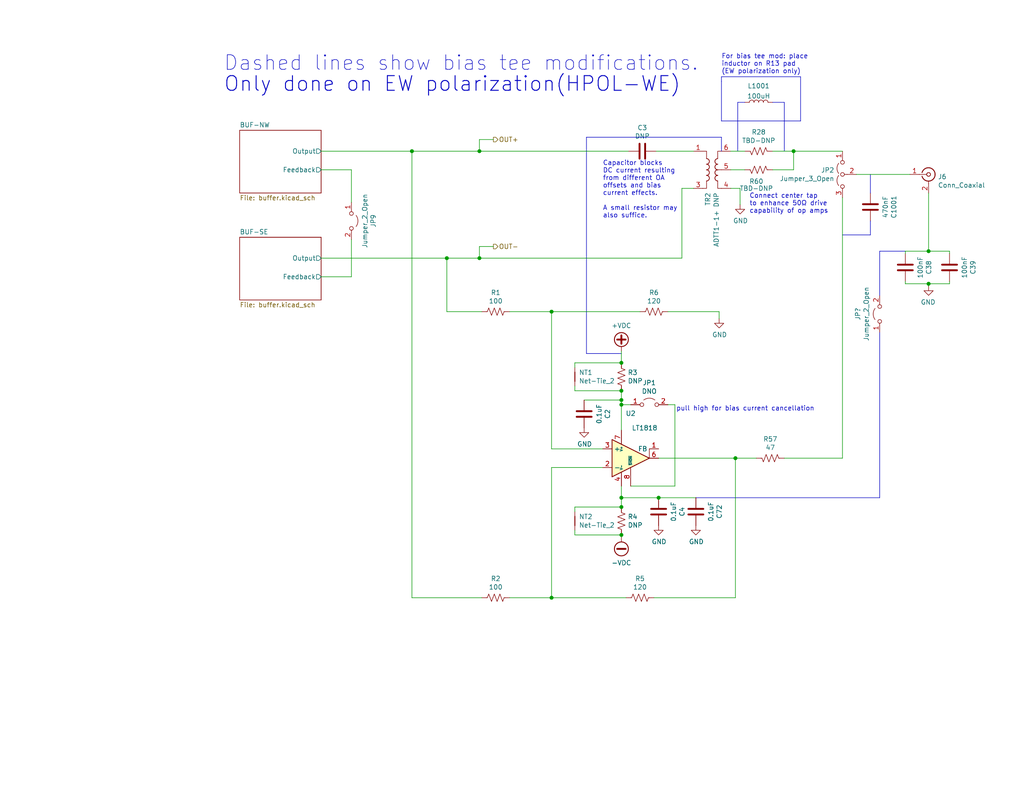
<source format=kicad_sch>
(kicad_sch (version 20230121) (generator eeschema)
  (paper "A")
  (title_block (title "ALBATROS low frequency front end") (date "2023-12-18") (rev "2 as modified") (company "McGill Radio Lab") (comment 1 "McGill University Physics") (comment 2 "Eamon Egan"))
  (lib_symbols
    (symbol "Connector:Conn_Coaxial" (pin_names (offset 1.016) hide)
      (property "Reference" "J" (at 0.254 3.048 0))
      (property "Value" "Conn_Coaxial" (at 2.921 0 90))
      (symbol "Conn_Coaxial_0_1"
        (arc (start -1.778 -0.508) (mid 0.222 -1.808) (end 1.778 0) (stroke (width 0.254)))
        (polyline (pts (xy -2.54 0) (xy -0.508 0)))
        (polyline (pts (xy 0 -2.54) (xy 0 -1.778)))
        (circle (center 0 0) (radius 0.508) (stroke (width 0.2032)))
        (arc (start 1.778 0) (mid 0.222 1.8083) (end -1.778 0.508) (stroke (width 0.254)))
      )
      (symbol "Conn_Coaxial_1_1"
        (pin passive line (at -5.08 0 0) (length 2.54) (name "In") (number "1"))
        (pin passive line (at 0 -5.08 90) (length 2.54) (name "Ext") (number "2"))
      )
    )
    (symbol "Device:C" (pin_numbers hide) (pin_names (offset 0.254))
      (property "Reference" "C" (at 0.635 2.54 0))
      (property "Value" "C" (at 0.635 -2.54 0))
      (symbol "C_0_1"
        (polyline (pts (xy -2.032 -0.762) (xy 2.032 -0.762)) (stroke (width 0.508)))
        (polyline (pts (xy -2.032 0.762) (xy 2.032 0.762)) (stroke (width 0.508)))
      )
      (symbol "C_1_1"
        (pin passive line (at 0 3.81 270) (length 2.794) (name "~") (number "1"))
        (pin passive line (at 0 -3.81 90) (length 2.794) (name "~") (number "2"))
      )
    )
    (symbol "Device:L" (pin_numbers hide) (pin_names (offset 1.016) hide)
      (property "Reference" "L" (at -1.27 0 90))
      (property "Value" "L" (at 1.905 0 90))
      (symbol "L_0_1"
        (arc (start 0 -2.54) (mid 0.6323 -1.905) (end 0 -1.27))
        (arc (start 0 -1.27) (mid 0.6323 -0.635) (end 0 0))
        (arc (start 0 0) (mid 0.6323 0.635) (end 0 1.27))
        (arc (start 0 1.27) (mid 0.6323 1.905) (end 0 2.54))
      )
      (symbol "L_1_1"
        (pin passive line (at 0 3.81 270) (length 1.27) (name "1") (number "1"))
        (pin passive line (at 0 -3.81 90) (length 1.27) (name "2") (number "2"))
      )
    )
    (symbol "Device:Net-Tie_2" (pin_numbers hide) (pin_names (offset 0) hide)
      (property "Reference" "NT" (at 0 1.27 0))
      (property "Value" "Device_Net-Tie_2" (at 0 -1.27 0))
      (symbol "Net-Tie_2_0_1"
        (polyline (pts (xy -1.27 0) (xy 1.27 0)) (stroke (width 0.254)))
      )
      (symbol "Net-Tie_2_1_1"
        (pin passive line (at -2.54 0 0) (length 2.54) (name "1") (number "1"))
        (pin passive line (at 2.54 0 180) (length 2.54) (name "2") (number "2"))
      )
    )
    (symbol "Device:R_US" (pin_numbers hide) (pin_names (offset 0))
      (property "Reference" "R" (at 2.54 0 90))
      (property "Value" "R_US" (at -2.54 0 90))
      (symbol "R_US_0_1"
        (polyline (pts (xy 0 -2.286) (xy 0 -2.54)))
        (polyline (pts (xy 0 2.286) (xy 0 2.54)))
        (polyline (pts (xy 0 -0.762) (xy 1.016 -1.143) (xy 0 -1.524) (xy -1.016 -1.905) (xy 0 -2.286)))
        (polyline (pts (xy 0 0.762) (xy 1.016 0.381) (xy 0 0) (xy -1.016 -0.381) (xy 0 -0.762)))
        (polyline (pts (xy 0 2.286) (xy 1.016 1.905) (xy 0 1.524) (xy -1.016 1.143) (xy 0 0.762)))
      )
      (symbol "R_US_1_1"
        (pin passive line (at 0 3.81 270) (length 1.27) (name "~") (number "1"))
        (pin passive line (at 0 -3.81 90) (length 1.27) (name "~") (number "2"))
      )
    )
    (symbol "Jumper:Jumper_2_Open" (pin_names (offset 0) hide)
      (property "Reference" "JP" (at 0 2.794 0))
      (property "Value" "Jumper_2_Open" (at 0 -2.286 0))
      (symbol "Jumper_2_Open_0_0"
        (circle (center -2.032 0) (radius 0.508))
        (circle (center 2.032 0) (radius 0.508))
      )
      (symbol "Jumper_2_Open_0_1"
        (arc (start 1.524 1.27) (mid 0 1.778) (end -1.524 1.27))
      )
      (symbol "Jumper_2_Open_1_1"
        (pin passive line (at -5.08 0 0) (length 2.54) (name "A") (number "1"))
        (pin passive line (at 5.08 0 180) (length 2.54) (name "B") (number "2"))
      )
    )
    (symbol "Jumper:Jumper_3_Open" (pin_names (offset 0) hide)
      (property "Reference" "JP" (at -2.54 -2.54 0))
      (property "Value" "Jumper_3_Open" (at 0 2.794 0))
      (symbol "Jumper_3_Open_0_0"
        (circle (center -3.302 0) (radius 0.508))
        (circle (center 0 0) (radius 0.508))
        (circle (center 3.302 0) (radius 0.508))
      )
      (symbol "Jumper_3_Open_0_1"
        (arc (start -0.254 1.016) (mid -1.651 1.4992) (end -3.048 1.016))
        (polyline (pts (xy 0 -0.508) (xy 0 -1.27)))
        (arc (start 3.048 1.016) (mid 1.651 1.4992) (end 0.254 1.016))
      )
      (symbol "Jumper_3_Open_1_1"
        (pin passive line (at -6.35 0 0) (length 2.54) (name "A") (number "1"))
        (pin input line (at 0 -3.81 90) (length 2.54) (name "C") (number "2"))
        (pin passive line (at 6.35 0 180) (length 2.54) (name "B") (number "3"))
      )
    )
    (symbol "Transformer:ADT4-5WT" (pin_names hide)
      (property "Reference" "TR" (at 0 6.35 0))
      (property "Value" "ADT4-5WT" (at 0 -6.35 0))
      (symbol "ADT4-5WT_0_1"
        (arc (start -1.524 -3.048) (mid -0.7653 -2.286) (end -1.524 -1.524) (stroke (width 0.2032)))
        (arc (start -1.524 -1.524) (mid -0.7653 -0.762) (end -1.524 0) (stroke (width 0.2032)))
        (arc (start -1.524 0) (mid -0.7653 0.762) (end -1.524 1.524) (stroke (width 0.2032)))
        (arc (start -1.524 1.524) (mid -0.7653 2.286) (end -1.524 3.048) (stroke (width 0.2032)))
        (polyline (pts (xy 2.54 0) (xy 1.27 0)) (stroke (width 0.1524)))
        (polyline (pts (xy -2.54 5.08) (xy -1.524 5.08) (xy -1.524 3.048) (xy -1.524 3.048)) (stroke (width 0.1524)))
        (polyline (pts (xy -1.524 -3.048) (xy -1.524 -5.08) (xy -2.54 -5.08) (xy -2.54 -5.08)) (stroke (width 0.1524)))
        (polyline (pts (xy 1.524 3.048) (xy 1.524 5.08) (xy 2.54 5.08) (xy 2.54 5.08)) (stroke (width 0.1524)))
        (polyline (pts (xy 2.54 -5.08) (xy 1.524 -5.08) (xy 1.524 -3.048) (xy 1.524 -3.048)) (stroke (width 0.1524)))
        (arc (start 1.524 -1.524) (mid 0.7653 -2.286) (end 1.524 -3.048) (stroke (width 0.2032)))
        (arc (start 1.524 0) (mid 0.7653 -0.762) (end 1.524 -1.524) (stroke (width 0.2032)))
        (arc (start 1.524 1.524) (mid 0.7653 0.762) (end 1.524 0) (stroke (width 0.2032)))
        (arc (start 1.524 3.048) (mid 0.7653 2.286) (end 1.524 1.524) (stroke (width 0.2032)))
      )
      (symbol "ADT4-5WT_1_1"
        (pin passive line (at -5.08 -5.08 0) (length 2.54) (name "~") (number "1"))
        (pin passive line (at -5.08 5.08 0) (length 2.54) (name "~") (number "3"))
        (pin passive line (at 5.08 5.08 180) (length 2.54) (name "~") (number "4"))
        (pin passive line (at 5.08 0 180) (length 2.54) (name "~") (number "5"))
        (pin passive line (at 5.08 -5.08 180) (length 2.54) (name "~") (number "6"))
      )
    )
    (symbol "new-fee-rescue:LTC6228xS8-Amplifier_Operational"
      (property "Reference" "U" (at 0 8.89 0))
      (property "Value" "LTC6228xS8-Amplifier_Operational" (at 0 6.35 0))
      (symbol "LTC6228xS8-Amplifier_Operational_0_1"
        (polyline (pts (xy 5.08 0) (xy 5.08 2.54)) (stroke (width 0.1524)))
        (polyline (pts (xy 5.08 0) (xy -5.08 5.08) (xy -5.08 -5.08) (xy 5.08 0)) (stroke (width 0.254)) (fill (type background)))
      )
      (symbol "LTC6228xS8-Amplifier_Operational_1_1"
        (pin output line (at 7.62 2.54 180) (length 2.54) (name "FB") (number "1"))
        (pin input line (at -7.62 -2.54 0) (length 2.54) (name "-") (number "2"))
        (pin input line (at -7.62 2.54 0) (length 2.54) (name "+") (number "3"))
        (pin power_in line (at -2.54 -7.62 90) (length 3.81) (name "V-") (number "4"))
        (pin passive line (at -2.54 -7.62 90) (length 3.81) hide (name "V-") (number "5"))
        (pin output line (at 7.62 0 180) (length 2.54) (name "~") (number "6"))
        (pin power_in line (at -2.54 7.62 270) (length 3.81) (name "V+") (number "7"))
        (pin input line (at 0 -7.62 90) (length 5.08) (name "~{SHDN}") (number "8"))
      )
    )
    (symbol "power:+VDC" (power) (pin_names (offset 0))
      (property "Value" "+VDC" (at 0 6.35 0))
      (symbol "+VDC_0_1"
        (polyline (pts (xy -1.143 3.175) (xy 1.143 3.175)) (stroke (width 0.508)))
        (polyline (pts (xy 0 0) (xy 0 1.27)))
        (polyline (pts (xy 0 2.032) (xy 0 4.318)) (stroke (width 0.508)))
        (circle (center 0 3.175) (radius 1.905) (stroke (width 0.254)))
      )
      (symbol "+VDC_1_1"
        (pin power_in line (at 0 0 90) (length 0) hide (name "+VDC") (number "1"))
      )
    )
    (symbol "power:-VDC" (power) (pin_names (offset 0))
      (property "Value" "-VDC" (at 0 6.35 0))
      (symbol "-VDC_0_1"
        (polyline (pts (xy -1.143 3.175) (xy 1.143 3.175)) (stroke (width 0.508)))
        (polyline (pts (xy 0 0) (xy 0 1.27)))
        (circle (center 0 3.175) (radius 1.905) (stroke (width 0.254)))
      )
      (symbol "-VDC_1_1"
        (pin power_in line (at 0 0 90) (length 0) hide (name "-VDC") (number "1"))
      )
    )
    (symbol "power:GND" (power) (pin_names (offset 0))
      (property "Value" "GND" (at 0 -3.81 0))
      (symbol "GND_0_1"
        (polyline (pts (xy 0 0) (xy 0 -1.27) (xy 1.27 -1.27) (xy 0 -2.54) (xy -1.27 -1.27) (xy 0 -1.27)))
      )
      (symbol "GND_1_1"
        (pin power_in line (at 0 0 270) (length 0) hide (name "GND") (number "1"))
      )
    )
  )
  (junction (at 216.535 41.275))
  (junction (at 169.545 135.89))
  (junction (at 121.92 70.485))
  (junction (at 253.365 68.58))
  (junction (at 169.545 106.68))
  (junction (at 130.81 41.275))
  (junction (at 150.495 85.09))
  (junction (at 253.365 77.47))
  (junction (at 200.66 125.095))
  (junction (at 169.545 146.05))
  (junction (at 179.705 135.89))
  (junction (at 130.81 70.485))
  (junction (at 112.395 41.275))
  (junction (at 169.545 138.43))
  (junction (at 169.545 99.06))
  (junction (at 150.495 163.195))
  (junction (at 169.545 110.49))
  (junction (at 169.545 109.22))
  (wire (pts (xy 200.66 125.095) (xy 206.375 125.095)))
  (wire (pts (xy 186.055 70.485) (xy 186.055 51.435)))
  (wire (pts (xy 189.865 135.89) (xy 179.705 135.89)))
  (polyline (pts (xy 240.03 135.89) (xy 240.03 90.805)))
  (wire (pts (xy 112.395 41.275) (xy 130.81 41.275)))
  (polyline (pts (xy 201.295 27.94) (xy 201.295 41.275)))
  (wire (pts (xy 216.535 41.275) (xy 229.87 41.275)))
  (polyline (pts (xy 218.44 33.02) (xy 196.85 33.02)))
  (wire (pts (xy 259.08 77.47) (xy 259.08 76.835)))
  (wire (pts (xy 169.545 146.05) (xy 169.545 146.685)))
  (wire (pts (xy 179.07 41.275) (xy 189.23 41.275)))
  (wire (pts (xy 150.495 163.195) (xy 170.815 163.195)))
  (wire (pts (xy 199.39 41.275) (xy 203.2 41.275)))
  (wire (pts (xy 156.845 144.78) (xy 156.845 146.05)))
  (polyline (pts (xy 189.865 135.89) (xy 240.03 135.89)))
  (wire (pts (xy 121.92 85.09) (xy 121.92 70.485)))
  (wire (pts (xy 150.495 163.195) (xy 150.495 127.635)))
  (wire (pts (xy 196.215 85.09) (xy 196.215 86.995)))
  (wire (pts (xy 203.2 46.355) (xy 199.39 46.355)))
  (polyline (pts (xy 196.85 33.02) (xy 196.85 22.225)))
  (wire (pts (xy 112.395 163.195) (xy 131.445 163.195)))
  (wire (pts (xy 210.82 41.275) (xy 216.535 41.275)))
  (wire (pts (xy 201.93 51.435) (xy 199.39 51.435)))
  (wire (pts (xy 233.68 47.625) (xy 248.285 47.625)))
  (wire (pts (xy 156.845 139.7) (xy 156.845 138.43)))
  (wire (pts (xy 178.435 163.195) (xy 200.66 163.195)))
  (wire (pts (xy 200.66 163.195) (xy 200.66 125.095)))
  (wire (pts (xy 95.885 75.565) (xy 87.63 75.565)))
  (wire (pts (xy 169.545 135.89) (xy 169.545 138.43)))
  (polyline (pts (xy 247.015 68.58) (xy 240.03 68.58)))
  (wire (pts (xy 169.545 95.885) (xy 169.545 99.06)))
  (polyline (pts (xy 229.87 64.135) (xy 237.49 64.135)))
  (polyline (pts (xy 196.85 37.465) (xy 160.02 37.465)))
  (wire (pts (xy 156.845 105.41) (xy 156.845 106.68)))
  (wire (pts (xy 130.81 70.485) (xy 186.055 70.485)))
  (polyline (pts (xy 218.44 20.955) (xy 218.44 33.02)))
  (wire (pts (xy 112.395 41.275) (xy 112.395 163.195)))
  (wire (pts (xy 134.62 67.31) (xy 130.81 67.31)))
  (wire (pts (xy 247.015 68.58) (xy 253.365 68.58)))
  (wire (pts (xy 150.495 122.555) (xy 164.465 122.555)))
  (wire (pts (xy 213.995 125.095) (xy 229.87 125.095)))
  (wire (pts (xy 130.81 67.31) (xy 130.81 70.485)))
  (polyline (pts (xy 240.03 68.58) (xy 240.03 80.645)))
  (wire (pts (xy 247.015 77.47) (xy 253.365 77.47)))
  (wire (pts (xy 253.365 77.47) (xy 259.08 77.47)))
  (wire (pts (xy 174.625 85.09) (xy 150.495 85.09)))
  (wire (pts (xy 186.055 51.435) (xy 189.23 51.435)))
  (wire (pts (xy 150.495 85.09) (xy 150.495 122.555)))
  (wire (pts (xy 121.92 70.485) (xy 130.81 70.485)))
  (polyline (pts (xy 160.02 37.465) (xy 160.02 96.52)))
  (wire (pts (xy 87.63 46.355) (xy 95.885 46.355)))
  (wire (pts (xy 247.015 69.215) (xy 247.015 68.58)))
  (wire (pts (xy 134.62 38.1) (xy 130.81 38.1)))
  (wire (pts (xy 156.845 106.68) (xy 169.545 106.68)))
  (polyline (pts (xy 196.85 37.465) (xy 196.85 41.275)))
  (wire (pts (xy 259.08 68.58) (xy 259.08 69.215)))
  (wire (pts (xy 156.845 146.05) (xy 169.545 146.05)))
  (wire (pts (xy 169.545 110.49) (xy 169.545 117.475)))
  (wire (pts (xy 130.81 41.275) (xy 171.45 41.275)))
  (wire (pts (xy 253.365 52.705) (xy 253.365 68.58)))
  (wire (pts (xy 156.845 100.33) (xy 156.845 99.06)))
  (polyline (pts (xy 160.02 96.52) (xy 169.545 96.52)))
  (wire (pts (xy 156.845 99.06) (xy 169.545 99.06)))
  (wire (pts (xy 253.365 68.58) (xy 259.08 68.58)))
  (polyline (pts (xy 196.85 20.955) (xy 218.44 20.955)))
  (wire (pts (xy 156.845 138.43) (xy 169.545 138.43)))
  (wire (pts (xy 247.015 76.835) (xy 247.015 77.47)))
  (polyline (pts (xy 237.49 60.325) (xy 237.49 64.135)))
  (wire (pts (xy 216.535 46.355) (xy 216.535 41.275)))
  (wire (pts (xy 253.365 77.47) (xy 253.365 78.105)))
  (wire (pts (xy 179.705 135.89) (xy 169.545 135.89)))
  (wire (pts (xy 169.545 132.715) (xy 169.545 135.89)))
  (wire (pts (xy 210.82 46.355) (xy 216.535 46.355)))
  (wire (pts (xy 87.63 41.275) (xy 112.395 41.275)))
  (wire (pts (xy 172.085 132.715) (xy 184.15 132.715)))
  (wire (pts (xy 95.885 46.355) (xy 95.885 55.245)))
  (wire (pts (xy 182.245 85.09) (xy 196.215 85.09)))
  (wire (pts (xy 169.545 109.22) (xy 169.545 110.49)))
  (wire (pts (xy 131.445 85.09) (xy 121.92 85.09)))
  (wire (pts (xy 184.15 110.49) (xy 182.245 110.49)))
  (wire (pts (xy 159.385 109.22) (xy 169.545 109.22)))
  (polyline (pts (xy 210.82 27.94) (xy 213.995 27.94)))
  (wire (pts (xy 169.545 106.68) (xy 169.545 109.22)))
  (wire (pts (xy 172.085 110.49) (xy 169.545 110.49)))
  (polyline (pts (xy 203.2 27.94) (xy 201.295 27.94)))
  (wire (pts (xy 87.63 70.485) (xy 121.92 70.485)))
  (wire (pts (xy 229.87 53.975) (xy 229.87 125.095)))
  (polyline (pts (xy 213.995 27.94) (xy 213.995 41.275)))
  (wire (pts (xy 164.465 127.635) (xy 150.495 127.635)))
  (wire (pts (xy 184.15 132.715) (xy 184.15 110.49)))
  (wire (pts (xy 139.065 163.195) (xy 150.495 163.195)))
  (wire (pts (xy 150.495 85.09) (xy 139.065 85.09)))
  (wire (pts (xy 130.81 38.1) (xy 130.81 41.275)))
  (polyline (pts (xy 196.85 22.225) (xy 196.85 20.955)))
  (wire (pts (xy 179.705 125.095) (xy 200.66 125.095)))
  (wire (pts (xy 201.93 51.435) (xy 201.93 55.88)))
  (wire (pts (xy 95.885 65.405) (xy 95.885 75.565)))
  (polyline (pts (xy 237.49 47.625) (xy 237.49 52.705)))
  (text "For bias tee mod: place\ninductor on R13 pad\n(EW polarization only)" (at 196.85 20.32 0) (effects (font (size 1.27 1.27)) (justify left bottom)))
  (text "Capacitor blocks \nDC current resulting\nfrom different OA\noffsets and bias \ncurrent effects.\n\nA small resistor may \nalso suffice." (at 164.465 59.69 0) (effects (font (size 1.27 1.27)) (justify left bottom)))
  (text "Connect center tap \nto enhance 50Ω drive \ncapability of op amps" (at 204.47 58.42 0) (effects (font (size 1.27 1.27)) (justify left bottom)))
  (text "Only done on EW polarization(HPOL-WE)" (at 60.96 25.4 0) (effects (font (size 4 4) (thickness 0.254) bold) (justify left bottom)))
  (text "Dashed lines show bias tee modifications.\n" (at 60.96 19.685 0) (effects (font (size 4 4)) (justify left bottom)))
  (text "pull high for bias current cancellation" (at 222.25 112.395 0) (effects (font (size 1.27 1.27)) (justify right bottom)))
  (hierarchical_label "OUT+" (shape output) (at 134.62 38.1 0))
  (hierarchical_label "OUT-" (shape output) (at 134.62 67.31 0))
  (symbol (lib_id "Jumper:Jumper_3_Open") (at 229.87 47.625 90) (mirror x) (unit 1)
    (property "Reference" "JP2" (at 227.6602 46.4566 90) (effects (justify left)))
    (property "Value" "Jumper_3_Open" (at 227.6602 48.768 90) (effects (justify left)))
    (property "Footprint" "Connector_PinHeader_2.54mm:PinHeader_1x03_P2.54mm_Vertical" (effects hide))
    (instances (project "new-fee" (path "" (reference "JP2") (unit 1)) (path "" (reference "JP3") (unit 1))))
  )
  (symbol (lib_id "Device:R_US") (at 210.185 125.095 90) (mirror x) (unit 1)
    (property "Reference" "R57" (at 210.185 119.888 90))
    (property "Value" "47" (at 210.185 122.1994 90))
    (property "Footprint" "Resistor_SMD:R_0603_1608Metric" (effects hide))
    (instances (project "new-fee" (path "" (reference "R57") (unit 1)) (path "" (reference "R58") (unit 1))))
  )
  (symbol (lib_id "Jumper:Jumper_2_Open") (at 95.885 60.325 270) (unit 1)
    (property "Reference" "JP9" (at 101.854 60.325 0))
    (property "Value" "Jumper_2_Open" (at 99.5426 60.325 0))
    (property "Footprint" "Connector_PinHeader_2.54mm:PinHeader_1x02_P2.54mm_Vertical" (effects hide))
    (instances (project "new-fee" (path "" (reference "JP9") (unit 1)) (path "" (reference "JP21") (unit 1))))
  )
  (symbol (lib_id "power:GND") (at 201.93 55.88 0) (unit 1)
    (property "Reference" "#PWR0124" (effects hide))
    (property "Value" "GND" (at 202.057 60.2742 0))
    (instances (project "new-fee" (path "" (reference "#PWR0124") (unit 1)) (path "" (reference "#PWR011") (unit 1))))
  )
  (symbol (lib_id "Transformer:ADT4-5WT") (at 194.31 46.355 0) (mirror x) (unit 1)
    (property "Reference" "TR2" (at 193.1416 52.5526 90) (effects (justify left)))
    (property "Value" "ADTT1-1+ DNP" (at 195.453 52.5526 90) (effects (justify left)))
    (property "Footprint" "RF_Mini-Circuits:Mini-Circuits_CD637_H5.23mm" (effects hide))
    (property "Datasheet" "https://www.minicircuits.com/pdfs/ADT4-5WT+.pdf" (effects hide))
    (instances (project "new-fee" (path "" (reference "TR2") (unit 1)) (path "" (reference "TR1") (unit 1))))
  )
  (symbol (lib_id "Device:R_US") (at 207.01 41.275 90) (mirror x) (unit 1)
    (property "Reference" "R28" (at 207.01 36.068 90))
    (property "Value" "TBD-DNP" (at 207.01 38.3794 90))
    (property "Footprint" "Resistor_SMD:R_0603_1608Metric" (effects hide))
    (instances (project "new-fee" (path "" (reference "R28") (unit 1)) (path "" (reference "R13") (unit 1))))
  )
  (symbol (lib_id "Connector:Conn_Coaxial") (at 253.365 47.625 0) (unit 1)
    (property "Reference" "J6" (at 255.905 48.26 0) (effects (justify left)))
    (property "Value" "Conn_Coaxial" (at 255.905 50.5714 0) (effects (justify left)))
    (property "Footprint" "Connector_Coaxial:SMA_Amphenol_901-144_Vertical" (effects hide))
    (property "Datasheet" " ~" (effects hide))
    (instances (project "new-fee" (path "" (reference "J6") (unit 1)) (path "" (reference "J2") (unit 1))))
  )
  (symbol (lib_id "power:GND") (at 253.365 78.105 0) (mirror y) (unit 1)
    (property "Reference" "#PWR0125" (effects hide))
    (property "Value" "GND" (at 253.238 82.4992 0))
    (instances (project "new-fee" (path "" (reference "#PWR0125") (unit 1)) (path "" (reference "#PWR012") (unit 1))))
  )
  (symbol (lib_id "Device:R_US") (at 178.435 85.09 270) (unit 1)
    (property "Reference" "R6" (at 178.435 79.883 90))
    (property "Value" "120" (at 178.435 82.1944 90))
    (property "Footprint" "Resistor_SMD:R_0603_1608Metric" (effects hide))
    (instances (project "new-fee" (path "" (reference "R6") (unit 1)) (path "" (reference "R12") (unit 1))))
  )
  (symbol (lib_id "Device:R_US") (at 174.625 163.195 270) (unit 1)
    (property "Reference" "R5" (at 174.625 157.988 90))
    (property "Value" "120" (at 174.625 160.2994 90))
    (property "Footprint" "Resistor_SMD:R_0603_1608Metric" (effects hide))
    (instances (project "new-fee" (path "" (reference "R5") (unit 1)) (path "" (reference "R11") (unit 1))))
  )
  (symbol (lib_id "Device:R_US") (at 135.255 163.195 270) (unit 1)
    (property "Reference" "R2" (at 135.255 157.988 90))
    (property "Value" "100" (at 135.255 160.2994 90))
    (property "Footprint" "Resistor_SMD:R_0603_1608Metric" (effects hide))
    (instances (project "new-fee" (path "" (reference "R2") (unit 1)) (path "" (reference "R8") (unit 1))))
  )
  (symbol (lib_id "Device:R_US") (at 135.255 85.09 270) (unit 1)
    (property "Reference" "R1" (at 135.255 79.883 90))
    (property "Value" "100" (at 135.255 82.1944 90))
    (property "Footprint" "Resistor_SMD:R_0603_1608Metric" (effects hide))
    (instances (project "new-fee" (path "" (reference "R1") (unit 1)) (path "" (reference "R7") (unit 1))))
  )
  (symbol (lib_id "power:+VDC") (at 169.545 95.885 0) (unit 1)
    (property "Reference" "#PWR02" (effects hide))
    (property "Value" "+VDC" (at 169.545 88.9 0))
    (instances (project "new-fee" (path "" (reference "#PWR02") (unit 1)) (path "" (reference "#PWR07") (unit 1))))
  )
  (symbol (lib_id "power:-VDC") (at 169.545 146.685 180) (unit 1)
    (property "Reference" "#PWR03" (effects hide))
    (property "Value" "-VDC" (at 169.545 153.67 0))
    (instances (project "new-fee" (path "" (reference "#PWR03") (unit 1)) (path "" (reference "#PWR08") (unit 1))))
  )
  (symbol (lib_id "Device:C") (at 179.705 139.7 180) (unit 1)
    (property "Reference" "C4" (at 186.1058 139.7 90))
    (property "Value" "0.1uF" (at 183.7944 139.7 90))
    (property "Footprint" "Capacitor_SMD:C_0603_1608Metric" (effects hide))
    (instances (project "new-fee" (path "" (reference "C4") (unit 1)) (path "" (reference "C7") (unit 1))))
  )
  (symbol (lib_id "Device:C") (at 159.385 113.03 180) (unit 1)
    (property "Reference" "C2" (at 165.7858 113.03 90))
    (property "Value" "0.1uF" (at 163.4744 113.03 90))
    (property "Footprint" "Capacitor_SMD:C_0603_1608Metric" (effects hide))
    (instances (project "new-fee" (path "" (reference "C2") (unit 1)) (path "" (reference "C5") (unit 1))))
  )
  (symbol (lib_id "power:GND") (at 179.705 143.51 0) (unit 1)
    (property "Reference" "#PWR04" (effects hide))
    (property "Value" "GND" (at 179.832 147.9042 0))
    (instances (project "new-fee" (path "" (reference "#PWR04") (unit 1)) (path "" (reference "#PWR09") (unit 1))))
  )
  (symbol (lib_id "power:GND") (at 159.385 116.84 0) (unit 1)
    (property "Reference" "#PWR01" (effects hide))
    (property "Value" "GND" (at 159.512 121.2342 0))
    (instances (project "new-fee" (path "" (reference "#PWR01") (unit 1)) (path "" (reference "#PWR06") (unit 1))))
  )
  (symbol (lib_id "Device:R_US") (at 169.545 102.87 180) (unit 1)
    (property "Reference" "R3" (at 171.2722 101.7016 0) (effects (justify right)))
    (property "Value" "DNP" (at 171.2722 104.013 0) (effects (justify right)))
    (property "Footprint" "Resistor_SMD:R_0603_1608Metric" (effects hide))
    (instances (project "new-fee" (path "" (reference "R3") (unit 1)) (path "" (reference "R9") (unit 1))))
  )
  (symbol (lib_id "Device:R_US") (at 169.545 142.24 180) (unit 1)
    (property "Reference" "R4" (at 171.2722 141.0716 0) (effects (justify right)))
    (property "Value" "DNP" (at 171.2722 143.383 0) (effects (justify right)))
    (property "Footprint" "Resistor_SMD:R_0603_1608Metric" (effects hide))
    (instances (project "new-fee" (path "" (reference "R4") (unit 1)) (path "" (reference "R10") (unit 1))))
  )
  (symbol (lib_id "Device:Net-Tie_2") (at 156.845 142.24 270) (unit 1)
    (property "Reference" "NT2" (at 157.9626 141.0716 90) (effects (justify left)))
    (property "Value" "Net-Tie_2" (at 157.9626 143.383 90) (effects (justify left)))
    (property "Footprint" "NetTie:NetTie-2_SMD_Pad0.5mm" (effects hide))
    (instances (project "new-fee" (path "" (reference "NT2") (unit 1)) (path "" (reference "NT4") (unit 1))))
  )
  (symbol (lib_id "Device:Net-Tie_2") (at 156.845 102.87 270) (unit 1)
    (property "Reference" "NT1" (at 157.9626 101.7016 90) (effects (justify left)))
    (property "Value" "Net-Tie_2" (at 157.9626 104.013 90) (effects (justify left)))
    (property "Footprint" "NetTie:NetTie-2_SMD_Pad0.5mm" (effects hide))
    (instances (project "new-fee" (path "" (reference "NT1") (unit 1)) (path "" (reference "NT3") (unit 1))))
  )
  (symbol (lib_id "new-fee-rescue:LTC6228xS8-Amplifier_Operational") (at 172.085 125.095 0) (unit 1)
    (property "Reference" "U2" (at 172.085 112.8776 0))
    (property "Value" "LT1818" (at 175.895 116.84 0))
    (property "Footprint" "Package_SO:SO-8_3.9x4.9mm_P1.27mm" (effects hide))
    (property "Datasheet" "https://www.analog.com/media/en/technical-documentation/data-sheets/LTC6228-6229.pdf" (effects hide))
    (instances (project "new-fee" (path "" (reference "U2") (unit 1)) (path "" (reference "U3") (unit 1))))
  )
  (symbol (lib_id "Jumper:Jumper_2_Open") (at 177.165 110.49 0) (unit 1)
    (property "Reference" "JP1" (at 177.165 104.521 0))
    (property "Value" "DNO" (at 177.165 106.8324 0))
    (property "Footprint" "Jumper:SolderJumper-2_P1.3mm_Open_TrianglePad1.0x1.5mm" (effects hide))
    (instances (project "new-fee" (path "" (reference "JP1") (unit 1)) (path "" (reference "JP4") (unit 1))))
  )
  (symbol (lib_id "power:GND") (at 196.215 86.995 0) (unit 1)
    (property "Reference" "#PWR05" (effects hide))
    (property "Value" "GND" (at 196.342 91.3892 0))
    (instances (project "new-fee" (path "" (reference "#PWR05") (unit 1)) (path "" (reference "#PWR010") (unit 1))))
  )
  (symbol (lib_id "Device:R_US") (at 207.01 46.355 90) (mirror x) (unit 1)
    (property "Reference" "R60" (at 206.375 49.53 90))
    (property "Value" "TBD-DNP" (at 206.375 51.435 90))
    (property "Footprint" "Resistor_SMD:R_0603_1608Metric" (effects hide))
    (instances (project "new-fee" (path "" (reference "R60") (unit 1)) (path "" (reference "R61") (unit 1))))
  )
  (symbol (lib_id "Device:C") (at 175.26 41.275 270) (unit 1)
    (property "Reference" "C3" (at 175.26 34.8742 90))
    (property "Value" "DNP" (at 175.26 37.1856 90))
    (property "Footprint" "Capacitor_SMD:C_0603_1608Metric" (effects hide))
    (instances (project "new-fee" (path "" (reference "C3") (unit 1)) (path "" (reference "C6") (unit 1))))
  )
  (symbol (lib_id "Device:C") (at 247.015 73.025 180) (unit 1)
    (property "Reference" "C38" (at 253.4158 73.025 90))
    (property "Value" "100nF" (at 251.1044 73.025 90))
    (property "Footprint" "Capacitor_SMD:C_0603_1608Metric" (effects hide))
    (instances (project "new-fee" (path "" (reference "C38") (unit 1)) (path "" (reference "C52") (unit 1))))
  )
  (symbol (lib_id "Device:C") (at 259.08 73.025 180) (unit 1)
    (property "Reference" "C39" (at 265.4808 73.025 90))
    (property "Value" "100nF" (at 263.1694 73.025 90))
    (property "Footprint" "Capacitor_SMD:C_0603_1608Metric" (effects hide))
    (instances (project "new-fee" (path "" (reference "C39") (unit 1)) (path "" (reference "C53") (unit 1))))
  )
  (symbol (lib_id "Device:C") (at 189.865 139.7 180) (unit 1)
    (property "Reference" "C72" (at 196.2658 139.7 90))
    (property "Value" "0.1uF" (at 193.9544 139.7 90))
    (property "Footprint" "Capacitor_SMD:C_0603_1608Metric" (effects hide))
    (instances (project "new-fee" (path "" (reference "C72") (unit 1)) (path "" (reference "C73") (unit 1))))
  )
  (symbol (lib_id "power:GND") (at 189.865 143.51 0) (unit 1)
    (property "Reference" "#PWR071" (effects hide))
    (property "Value" "GND" (at 189.992 147.9042 0))
    (instances (project "new-fee" (path "" (reference "#PWR071") (unit 1)) (path "" (reference "#PWR072") (unit 1))))
  )
  (symbol (lib_id "Device:C") (at 237.49 56.515 180) (unit 1)
    (property "Reference" "C1001" (at 243.8908 56.515 90))
    (property "Value" "470nF" (at 241.5794 56.515 90))
    (property "Footprint" "Capacitor_SMD:C_0603_1608Metric" (effects hide))
    (instances (project "new-fee" (path "" (reference "C1001") (unit 1)) (path "" (reference "C?") (unit 1))))
  )
  (symbol (lib_id "Device:L") (at 207.01 27.94 90) (unit 1)
    (property "Reference" "L1001" (at 207.01 23.4655 90))
    (property "Value" "100uH" (at 207.01 26.2406 90))
    (instances (project "new-fee" (path "" (reference "L1001") (unit 1)) (path "" (reference "L?") (unit 1))))
  )
  (symbol (lib_id "Jumper:Jumper_2_Open") (at 240.03 85.725 90) (unit 1)
    (property "Reference" "JP?" (at 234.061 85.725 0))
    (property "Value" "Jumper_2_Open" (at 236.3724 85.725 0))
    (property "Footprint" "Connector_PinHeader_2.54mm:PinHeader_1x02_P2.54mm_Vertical" (effects hide))
  )
  (sheet (at 65.405 35.56) (size 22.225 17.145)
    (property "Sheetname" "BUF-NW" (at 65.405 34.8484 0) (effects (justify left bottom)))
    (property "Sheetfile" "buffer.kicad_sch" (at 65.405 53.2896 0) (effects (justify left top)))
    (pin "Output" output (at 87.63 41.275 0))
    (pin "Feedback" output (at 87.63 46.355 0))
  )
  (sheet (at 65.405 64.77) (size 22.225 17.145)
    (property "Sheetname" "BUF-SE" (at 65.405 64.0584 0) (effects (justify left bottom)))
    (property "Sheetfile" "buffer.kicad_sch" (at 65.405 82.4996 0) (effects (justify left top)))
    (pin "Output" output (at 87.63 70.485 0))
    (pin "Feedback" output (at 87.63 75.565 0))
  )
)
</source>
